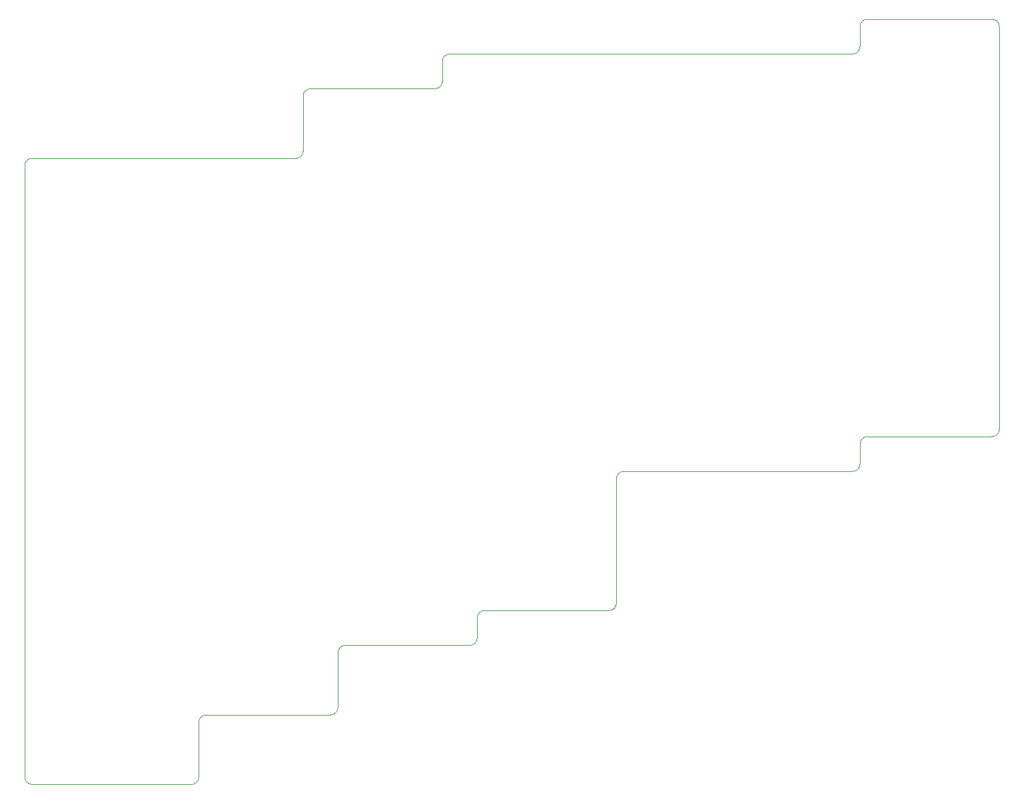
<source format=gm1>
%TF.GenerationSoftware,KiCad,Pcbnew,(7.0.0)*%
%TF.CreationDate,2023-04-23T19:00:17+09:00*%
%TF.ProjectId,pcb_r,7063625f-722e-46b6-9963-61645f706362,rev?*%
%TF.SameCoordinates,Original*%
%TF.FileFunction,Profile,NP*%
%FSLAX46Y46*%
G04 Gerber Fmt 4.6, Leading zero omitted, Abs format (unit mm)*
G04 Created by KiCad (PCBNEW (7.0.0)) date 2023-04-23 19:00:17*
%MOMM*%
%LPD*%
G01*
G04 APERTURE LIST*
%TA.AperFunction,Profile*%
%ADD10C,0.100000*%
%TD*%
G04 APERTURE END LIST*
D10*
X279988085Y-78581185D02*
G75*
G03*
X280988085Y-77581250I115J999885D01*
G01*
X261938085Y-79581250D02*
X261938085Y-82343750D01*
X189500585Y-116681185D02*
G75*
G03*
X190500585Y-115681250I115J999885D01*
G01*
X185738085Y-31956250D02*
X185738085Y-39481250D01*
X208550585Y-107156250D02*
X191500585Y-107156250D01*
X227600585Y-102393785D02*
G75*
G03*
X228600585Y-101393750I-85J1000085D01*
G01*
X209550585Y-103393750D02*
X209550585Y-106156250D01*
X279988085Y-78581250D02*
X262938085Y-78581250D01*
X260938085Y-26193750D02*
X205788085Y-26193750D01*
X262938085Y-21431250D02*
X279988085Y-21431250D01*
X191500585Y-107156285D02*
G75*
G03*
X190500585Y-108156250I-85J-999915D01*
G01*
X190500585Y-108156250D02*
X190500585Y-115681250D01*
X261938085Y-22431250D02*
X261938085Y-25193750D01*
X262938085Y-21431185D02*
G75*
G03*
X261938085Y-22431250I115J-1000115D01*
G01*
X204788085Y-27193750D02*
X204788085Y-29956250D01*
X147638050Y-125206250D02*
G75*
G03*
X148638085Y-126206250I999850J-150D01*
G01*
X260938085Y-83343750D02*
X229600585Y-83343750D01*
X171450585Y-117681250D02*
X171450585Y-125206250D01*
X208550585Y-107156185D02*
G75*
G03*
X209550585Y-106156250I115J999885D01*
G01*
X203788085Y-30956250D02*
X186738085Y-30956250D01*
X172450585Y-116681285D02*
G75*
G03*
X171450585Y-117681250I-85J-999915D01*
G01*
X227600585Y-102393750D02*
X210550585Y-102393750D01*
X260938085Y-83343685D02*
G75*
G03*
X261938085Y-82343750I115J999885D01*
G01*
X170450585Y-126206185D02*
G75*
G03*
X171450585Y-125206250I115J999885D01*
G01*
X210550585Y-102393785D02*
G75*
G03*
X209550585Y-103393750I-85J-999915D01*
G01*
X184738085Y-40481250D02*
X148638085Y-40481250D01*
X203788085Y-30956185D02*
G75*
G03*
X204788085Y-29956250I115J999885D01*
G01*
X189500585Y-116681250D02*
X172450585Y-116681250D01*
X148638085Y-40481285D02*
G75*
G03*
X147638085Y-41481250I-85J-999915D01*
G01*
X260938085Y-26193685D02*
G75*
G03*
X261938085Y-25193750I115J999885D01*
G01*
X228600585Y-84343750D02*
X228600585Y-101393750D01*
X280988150Y-22431250D02*
G75*
G03*
X279988085Y-21431250I-999950J50D01*
G01*
X184738085Y-40481285D02*
G75*
G03*
X185738085Y-39481250I-85J1000085D01*
G01*
X170450585Y-126206250D02*
X148638085Y-126206250D01*
X280988085Y-22431250D02*
X280988085Y-77581250D01*
X229600585Y-83343785D02*
G75*
G03*
X228600585Y-84343750I-85J-999915D01*
G01*
X262938085Y-78581185D02*
G75*
G03*
X261938085Y-79581250I115J-1000115D01*
G01*
X186738085Y-30956185D02*
G75*
G03*
X185738085Y-31956250I115J-1000115D01*
G01*
X205788085Y-26193785D02*
G75*
G03*
X204788085Y-27193750I-85J-999915D01*
G01*
X147638085Y-125206250D02*
X147638085Y-41481250D01*
M02*

</source>
